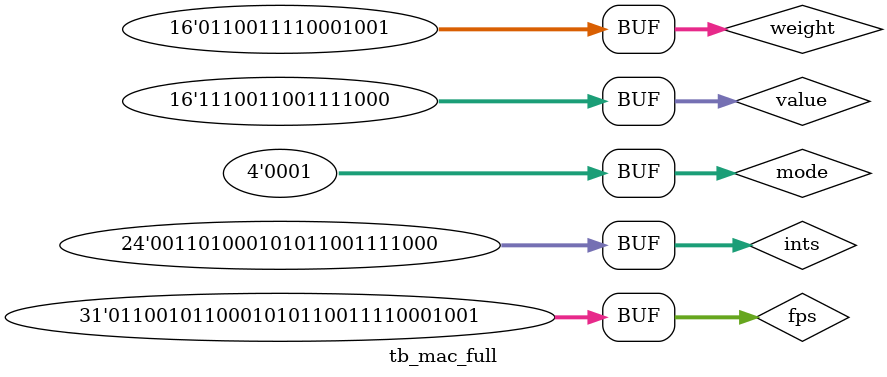
<source format=v>
module tb_mac_full();


// port **********************************************************
reg     [ 3: 0]     mode;
reg     [15: 0]     value, weight;
reg     [23: 0]     ints;   // int8 bias in
reg     [30: 0]     fps;    // fp16 bias in
wire    [23: 0]     intr;   // int8 result
wire    [30: 0]     fpr;    // fp16 bias out

// parameter *****************************************************
parameter                   mode_fp     = 0;
parameter                   mode_int_s  = 1;
parameter                   mode_int_m  = 2;
parameter                   mode_int_l  = 3;
parameter                   exp_zero    = 5'h0c;


mac_full mac_full(
    .mode(mode),
    .value(value),
    .weight(weight),
    .ints(ints),
    .fps(fps),
    .intr(intr),
    .fpr(fpr)
);

initial begin
    mode    =   1'b1 << mode_int_s;
    value   =   16'he678;
    weight  =   16'h6789;
    ints    =   24'h12345678;
    fps     =   { 5'h19, 25'h0c56789 };
    #1
    mode    =   1'b1 << mode_int_m;
    #1
    mode    =   1'b1 << mode_int_l;
    #1
    mode    =   1'b1 << mode_fp;

end

endmodule
</source>
